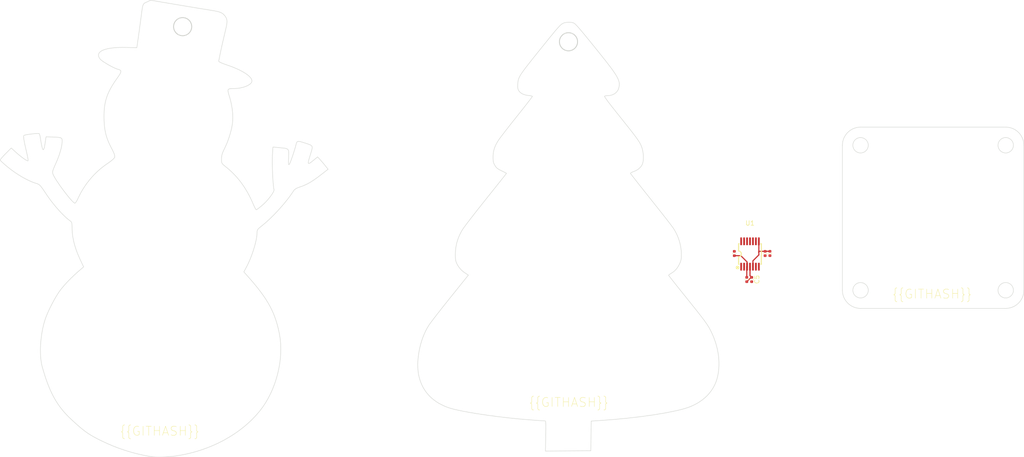
<source format=kicad_pcb>
(kicad_pcb (version 20221018) (generator pcbnew)
  (layers (0 "F.Cu" signal) (31 "B.Cu" signal) (34 "B.Paste" user) (35 "F.Paste" user) (36 "B.SilkS" user "B.Silkscreen") (37 "F.SilkS" user "F.Silkscreen") (38 "B.Mask" user) (39 "F.Mask" user) (44 "Edge.Cuts" user))
  (net 0 "")
  (net 1 "gnd")
  (net 2 "bias")
  (net 3 "vcc")
  (net 4 "vcc-1")
  (net 5 "dnc")
  (net 6 "drdy_")
  (net 7 "cs_")
  (net 8 "sck")
  (net 9 "sdo")
  (net 10 "sdi")
  (net 11 "fault_")
  (footprint "lib:C0402" (layer "F.Cu") (at 201.615447 111.416185 -90)
    (fp_text reference "C5" (at 0 -1.16 90) (layer "F.SilkS"))
    (fp_text value "Multilayer Ceramic Capacitors MLCC - SMD/SMT 22nF 25V 0402 RoHS")
    (fp_line (start -0.107836 -0.36) (end 0.107836 -0.36) (stroke (width 0.12)) (layer "F.SilkS"))
    (fp_line (start -0.107836 0.36) (end 0.107836 0.36) (stroke (width 0.12)) (layer "F.SilkS"))
    (pad "1" smd roundrect (at -0.48 0 270) (size 0.56 0.62) (layers "F.Cu" "F.Paste" "F.Mask") (net 2 "bias"))
    (pad "2" smd roundrect (at 0.48 0 270) (size 0.56 0.62) (layers "F.Cu" "F.Paste" "F.Mask") (net 1 "gnd"))
  )
  (footprint "lib:C0402" (layer "F.Cu") (at 205.638464 105.671781 -90)
    (fp_text reference "C2" hide)
    (fp_text value "Multilayer Ceramic Capacitors MLCC - SMD/SMT 100nF 10V 0402 RoHS")
    (fp_line (start -0.107836 -0.36) (end 0.107836 -0.36) (stroke (width 0.12)) (layer "F.SilkS"))
    (fp_line (start -0.107836 0.36) (end 0.107836 0.36) (stroke (width 0.12)) (layer "F.SilkS"))
    (pad "1" smd roundrect (at -0.48 0 270) (size 0.56 0.62) (layers "F.Cu" "F.Paste" "F.Mask") (net 4 "vcc-1"))
    (pad "2" smd roundrect (at 0.48 0 270) (size 0.56 0.62) (layers "F.Cu" "F.Paste" "F.Mask") (net 1 "gnd"))
  )
  (footprint "lib:C0402" (layer "F.Cu") (at 204.574685 105.678853 -90)
    (fp_text reference "C1" hide)
    (fp_text value "Multilayer Ceramic Capacitors MLCC - SMD/SMT 100nF 10V 0402 RoHS")
    (fp_line (start -0.107836 -0.36) (end 0.107836 -0.36) (stroke (width 0.12)) (layer "F.SilkS"))
    (fp_line (start -0.107836 0.36) (end 0.107836 0.36) (stroke (width 0.12)) (layer "F.SilkS"))
    (pad "1" smd roundrect (at -0.48 0 270) (size 0.56 0.62) (layers "F.Cu" "F.Paste" "F.Mask") (net 4 "vcc-1"))
    (pad "2" smd roundrect (at 0.48 0 270) (size 0.56 0.62) (layers "F.Cu" "F.Paste" "F.Mask") (net 1 "gnd"))
  )
  (footprint "lib:C0402" (layer "F.Cu") (at 200.532327 111.419721 -90)
    (fp_text reference "C3" hide)
    (fp_text value "Multilayer Ceramic Capacitors MLCC - SMD/SMT 100nF 10V 0402 RoHS")
    (fp_line (start -0.107836 -0.36) (end 0.107836 -0.36) (stroke (width 0.12)) (layer "F.SilkS"))
    (fp_line (start -0.107836 0.36) (end 0.107836 0.36) (stroke (width 0.12)) (layer "F.SilkS"))
    (pad "1" smd roundrect (at -0.48 0 270) (size 0.56 0.62) (layers "F.Cu" "F.Paste" "F.Mask") (net 3 "vcc"))
    (pad "2" smd roundrect (at 0.48 0 270) (size 0.56 0.62) (layers "F.Cu" "F.Paste" "F.Mask") (net 2 "bias"))
  )
  (footprint "lib:C0402" (layer "F.Cu") (at 197.785845 105.678853 90)
    (fp_text reference "C4" hide)
    (fp_text value "Multilayer Ceramic Capacitors MLCC - SMD/SMT 22nF 25V 0402 RoHS")
    (fp_line (start -0.107836 -0.36) (end 0.107836 -0.36) (stroke (width 0.12)) (layer "F.SilkS"))
    (fp_line (start -0.107836 0.36) (end 0.107836 0.36) (stroke (width 0.12)) (layer "F.SilkS"))
    (pad "1" smd roundrect (at -0.48 0 90) (size 0.56 0.62) (layers "F.Cu" "F.Paste" "F.Mask") (net 3 "vcc"))
    (pad "2" smd roundrect (at 0.48 0 90) (size 0.56 0.62) (layers "F.Cu" "F.Paste" "F.Mask") (net 1 "gnd"))
  )
  (footprint "lib:TSSOP-14_L5.0-W4.4-P0.65-LS6.4-BL" (layer "F.Cu") (at 201.245 105.785)
    (fp_text reference "U1" (at 0 -6.8) (layer "F.SilkS"))
    (fp_text value "")
    (fp_line (start -2.52 -1.6) (end -2.52 -2.25) (stroke (width 0.25)) (layer "F.SilkS"))
    (fp_line (start -2.52 -0.69) (end -2.52 -1.6) (stroke (width 0.25)) (layer "F.SilkS"))
    (fp_line (start -2.52 1.6) (end -2.52 0.68) (stroke (width 0.25)) (layer "F.SilkS"))
    (fp_line (start -2.52 1.6) (end -2.52 2.25) (stroke (width 0.25)) (layer "F.SilkS"))
    (fp_line (start -2.5 -2.25) (end -2.39 -2.25) (stroke (width 0.25)) (layer "F.SilkS"))
    (fp_line (start -2.39 2.25) (end -2.5 2.25) (stroke (width 0.25)) (layer "F.SilkS"))
    (fp_line (start 2.38 -2.25) (end 2.5 -2.25) (stroke (width 0.25)) (layer "F.SilkS"))
    (fp_line (start 2.5 -2.25) (end 2.5 2.25) (stroke (width 0.25)) (layer "F.SilkS"))
    (fp_line (start 2.5 2.25) (end 2.38 2.25) (stroke (width 0.25)) (layer "F.SilkS"))
    (fp_arc (start -2.515488 -0.679454) (mid -1.915314 0.002272) (end -2.52 0.68) (stroke (width 0.25)) (layer "F.SilkS"))
    (fp_circle (center -2.75 3) (end -2.55 3) (stroke (width 0.4)) (fill none) (layer "F.SilkS"))
    (pad "1" smd rect (at -1.95 2.8) (size 0.4 1.7) (layers "F.Cu" "F.Paste" "F.Mask") (net 1 "gnd"))
    (pad "2" smd rect (at -1.3 2.8) (size 0.4 1.7) (layers "F.Cu" "F.Paste" "F.Mask") (net 2 "bias"))
    (pad "3" smd rect (at -0.65 2.8) (size 0.4 1.7) (layers "F.Cu" "F.Paste" "F.Mask") (net 3 "vcc"))
    (pad "4" smd rect (at 0 2.8) (size 0.4 1.7) (layers "F.Cu" "F.Paste" "F.Mask") (net 2 "bias"))
    (pad "5" smd rect (at 0.65 2.8) (size 0.4 1.7) (layers "F.Cu" "F.Paste" "F.Mask") (net 4 "vcc-1"))
    (pad "6" smd rect (at 1.3 2.8) (size 0.4 1.7) (layers "F.Cu" "F.Paste" "F.Mask") (net 5 "dnc"))
    (pad "7" smd rect (at 1.95 2.8) (size 0.4 1.7) (layers "F.Cu" "F.Paste" "F.Mask") (net 6 "drdy_"))
    (pad "8" smd rect (at 1.95 -2.8) (size 0.4 1.7) (layers "F.Cu" "F.Paste" "F.Mask") (net 4 "vcc-1"))
    (pad "9" smd rect (at 1.3 -2.8) (size 0.4 1.7) (layers "F.Cu" "F.Paste" "F.Mask") (net 7 "cs_"))
    (pad "10" smd rect (at 0.65 -2.8) (size 0.4 1.7) (layers "F.Cu" "F.Paste" "F.Mask") (net 8 "sck"))
    (pad "11" smd rect (at 0 -2.8) (size 0.4 1.7) (layers "F.Cu" "F.Paste" "F.Mask") (net 9 "sdo"))
    (pad "12" smd rect (at -0.65 -2.8) (size 0.4 1.7) (layers "F.Cu" "F.Paste" "F.Mask") (net 10 "sdi"))
    (pad "13" smd rect (at -1.3 -2.8) (size 0.4 1.7) (layers "F.Cu" "F.Paste" "F.Mask") (net 11 "fault_"))
    (pad "14" smd rect (at -1.95 -2.8) (size 0.4 1.7) (layers "F.Cu" "F.Paste" "F.Mask") (net 1 "gnd"))
  )
  (gr_circle (center 225.62 81.79) (end 227.32 81.79) (stroke (width 0.1)) (fill none) (layer "Edge.Cuts"))
  (gr_circle (center 257.62 113.79) (end 259.32 113.79) (stroke (width 0.1)) (fill none) (layer "Edge.Cuts"))
  (gr_circle (center 257.62 81.79) (end 259.32 81.79) (stroke (width 0.1)) (fill none) (layer "Edge.Cuts"))
  (gr_poly (pts (xy 75.142222 50.797022) (xy 79.756606 51.568267) (xy 82.366969 51.99203) (xy 83.019066 52.095762) (xy 83.303876 52.146979) (xy 83.563537 52.198618) (xy 83.799806 52.251323) (xy 84.01444 52.305736) (xy 84.209196 52.362498) (xy 84.385831 52.422252) (xy 84.546102 52.485641) (xy 84.691766 52.553306) (xy 84.824581 52.62589) (xy 84.946303 52.704035) (xy 85.05869 52.788383) (xy 85.163499 52.879577) (xy 85.262486 52.978258) (xy 85.357409 53.08507) (xy 85.479286 53.234958) (xy 85.586233 53.378736) (xy 85.634185 53.44915) (xy 85.678498 53.519015) (xy 85.719202 53.588656) (xy 85.75633 53.658402) (xy 85.789911 53.728576) (xy 85.819976 53.799506) (xy 85.846558 53.871517) (xy 85.869686 53.944936) (xy 85.889392 54.020089) (xy 85.905707 54.097301) (xy 85.918662 54.176899) (xy 85.928287 54.259209) (xy 85.934615 54.344557) (xy 85.937675 54.433269) (xy 85.937499 54.525672) (xy 85.934119 54.62209) (xy 85.927564 54.722851) (xy 85.917866 54.82828) (xy 85.889166 55.054449) (xy 85.848266 55.303204) (xy 85.795414 55.577155) (xy 85.730859 55.878909) (xy 85.654849 56.211077) (xy 84.878546 59.55341) (xy 84.657875 60.550977) (xy 84.450892 61.532488) (xy 84.331406 62.116419) (xy 84.229648 62.629765) (xy 84.15639 63.017063) (xy 84.122409 63.222849) (xy 84.123062 63.236814) (xy 84.127967 63.251873) (xy 84.137065 63.268001) (xy 84.150302 63.285171) (xy 84.167619 63.303357) (xy 84.188962 63.322534) (xy 84.214273 63.342674) (xy 84.243497 63.363751) (xy 84.313454 63.408613) (xy 84.398381 63.456909) (xy 84.497828 63.50843) (xy 84.611342 63.562966) (xy 84.738473 63.620306) (xy 84.878767 63.680241) (xy 85.031775 63.742561) (xy 85.197043 63.807056) (xy 85.374121 63.873515) (xy 85.562558 63.94173) (xy 85.7619 64.011489) (xy 85.971698 64.082583) (xy 86.585981 64.296029) (xy 87.172975 64.516947) (xy 87.730729 64.744054) (xy 88.257293 64.976069) (xy 88.75072 65.211708) (xy 89.209058 65.449689) (xy 89.63036 65.68873) (xy 90.012676 65.927548) (xy 90.354056 66.16486) (xy 90.652552 66.399385) (xy 90.906214 66.629839) (xy 91.113092 66.85494) (xy 91.271238 67.073405) (xy 91.378702 67.283953) (xy 91.412819 67.385857) (xy 91.433535 67.485301) (xy 91.440605 67.582123) (xy 91.433787 67.676165) (xy 91.41712 67.753004) (xy 91.390362 67.829368) (xy 91.35383 67.905131) (xy 91.307839 67.980165) (xy 91.252707 68.054343) (xy 91.188749 68.12754) (xy 91.116281 68.199626) (xy 91.03562 68.270477) (xy 90.947082 68.339964) (xy 90.850984 68.407961) (xy 90.747641 68.47434) (xy 90.637371 68.538975) (xy 90.520488 68.601739) (xy 90.39731 68.662505) (xy 90.268153 68.721145) (xy 90.133332 68.777534) (xy 89.993165 68.831543) (xy 89.847967 68.883047) (xy 89.543745 68.978027) (xy 89.223197 69.06146) (xy 88.888852 69.132329) (xy 88.54324 69.189618) (xy 88.188892 69.232313) (xy 88.009232 69.24787) (xy 87.828337 69.259397) (xy 87.646523 69.266767) (xy 87.464106 69.269854) (xy 87.202959 69.272042) (xy 86.97453 69.277492) (xy 86.777472 69.288473) (xy 86.690288 69.296746) (xy 86.610443 69.307253) (xy 86.537768 69.320276) (xy 86.472096 69.3361) (xy 86.413258 69.355009) (xy 86.361087 69.377285) (xy 86.315414 69.403211) (xy 86.276071 69.433073) (xy 86.24289 69.467154) (xy 86.215703 69.505736) (xy 86.194342 69.549103) (xy 86.178638 69.59754) (xy 86.168424 69.65133) (xy 86.163532 69.710755) (xy 86.163793 69.776101) (xy 86.169039 69.847649) (xy 86.179102 69.925685) (xy 86.193814 70.010491) (xy 86.236514 70.20155) (xy 86.295792 70.423093) (xy 86.370304 70.677389) (xy 86.458705 70.966708) (xy 86.582128 71.384478) (xy 86.694998 71.803093) (xy 86.797211 72.221567) (xy 86.888665 72.638919) (xy 86.969257 73.054166) (xy 87.038885 73.466323) (xy 87.097447 73.874409) (xy 87.144838 74.277439) (xy 87.180958 74.674432) (xy 87.205702 75.064404) (xy 87.21897 75.446371) (xy 87.220657 75.819352) (xy 87.210662 76.182361) (xy 87.188881 76.534418) (xy 87.155212 76.874538) (xy 87.109553 77.201739) (xy 86.986123 77.871628) (xy 86.830027 78.558912) (xy 86.643845 79.255662) (xy 86.430157 79.953949) (xy 86.19154 80.645848) (xy 85.930575 81.323429) (xy 85.649841 81.978766) (xy 85.351916 82.60393) (xy 85.189192 82.938586) (xy 85.118752 83.093315) (xy 85.055229 83.240939) (xy 84.998352 83.382431) (xy 84.947849 83.518761) (xy 84.903447 83.650903) (xy 84.864875 83.779828) (xy 84.831859 83.906506) (xy 84.804129 84.031911) (xy 84.781412 84.157013) (xy 84.763435 84.282785) (xy 84.749927 84.410197) (xy 84.740615 84.540223) (xy 84.735228 84.673833) (xy 84.733493 84.811999) (xy 84.736223 85.129082) (xy 84.741369 85.261496) (xy 84.750575 85.379459) (xy 84.764997 85.485194) (xy 84.774524 85.534172) (xy 84.785789 85.580928) (xy 84.798934 85.625739) (xy 84.814106 85.668884) (xy 84.831447 85.710641) (xy 84.851104 85.751288) (xy 84.873219 85.791103) (xy 84.897937 85.830364) (xy 84.925403 85.869349) (xy 84.955761 85.908337) (xy 84.989155 85.947605) (xy 85.02573 85.987432) (xy 85.109 86.069873) (xy 85.206725 86.157886) (xy 85.320061 86.253696) (xy 85.598185 86.477602) (xy 86.096863 86.886277) (xy 86.577755 87.306529) (xy 87.04138 87.739064) (xy 87.488258 88.184586) (xy 87.918909 88.6438) (xy 88.333852 89.117412) (xy 88.733607 89.606125) (xy 89.118694 90.110646) (xy 89.489632 90.631678) (xy 89.846941 91.169927) (xy 90.19114 91.726098) (xy 90.52275 92.300895) (xy 90.84229 92.895024) (xy 91.150279 93.509189) (xy 91.447237 94.144095) (xy 91.733683 94.800448) (xy 91.84059 95.047283) (xy 91.945802 95.277558) (xy 92.046625 95.486234) (xy 92.140364 95.668271) (xy 92.224324 95.818627) (xy 92.295813 95.932265) (xy 92.326039 95.973739) (xy 92.352136 96.004143) (xy 92.373767 96.022848) (xy 92.382804 96.027616) (xy 92.390597 96.029223) (xy 92.399173 96.028006) (xy 92.410522 96.024397) (xy 92.441219 96.010237) (xy 92.482045 95.987221) (xy 92.53236 95.955824) (xy 92.591521 95.916524) (xy 92.658887 95.869798) (xy 92.815666 95.755976) (xy 92.997564 95.618173) (xy 93.199447 95.460204) (xy 93.416182 95.285885) (xy 93.642634 95.099032) (xy 93.891007 94.882848) (xy 94.141366 94.648628) (xy 94.390948 94.400061) (xy 94.636991 94.140836) (xy 94.87673 93.874641) (xy 95.107403 93.605164) (xy 95.326247 93.336095) (xy 95.530498 93.071122) (xy 95.717394 92.813933) (xy 95.884171 92.568218) (xy 96.028066 92.337665) (xy 96.146316 92.125962) (xy 96.236159 91.936798) (xy 96.294829 91.773863) (xy 96.311612 91.703383) (xy 96.319566 91.640844) (xy 96.318345 91.586706) (xy 96.307605 91.54143) (xy 96.264441 91.378418) (xy 96.221593 91.121805) (xy 96.138989 90.373142) (xy 96.064068 89.386161) (xy 96.001109 88.251583) (xy 95.954389 87.060129) (xy 95.928186 85.902519) (xy 95.926777 84.869474) (xy 95.95444 84.051714) (xy 96.07471 82.177477) (xy 97.36716 82.304781) (xy 98.13507 82.379263) (xy 98.441266 82.413109) (xy 98.700599 82.449744) (xy 98.916803 82.492956) (xy 99.009898 82.518212) (xy 99.09361 82.546534) (xy 99.168406 82.578395) (xy 99.234753 82.614268) (xy 99.293117 82.654627) (xy 99.343964 82.699946) (xy 99.387763 82.750698) (xy 99.424978 82.807357) (xy 99.456076 82.870396) (xy 99.481525 82.94029) (xy 99.501791 83.017511) (xy 99.51734 83.102533) (xy 99.536155 83.297877) (xy 99.541702 83.530109) (xy 99.537716 83.803018) (xy 99.51607 84.486025) (xy 99.501811 85.019341) (xy 99.495778 85.429631) (xy 99.49953 85.727933) (xy 99.505563 85.838537) (xy 99.514626 85.925284) (xy 99.526915 85.989553) (xy 99.542625 86.032723) (xy 99.551823 86.046828) (xy 99.56195 86.056175) (xy 99.573029 86.060938) (xy 99.585085 86.061289) (xy 99.612224 86.049443) (xy 99.643564 86.022019) (xy 99.679299 85.980395) (xy 99.719623 85.925951) (xy 99.770963 85.835961) (xy 99.83738 85.6921) (xy 100.00736 85.267042) (xy 100.213404 84.699332) (xy 100.439353 84.037526) (xy 100.669049 83.330178) (xy 100.886332 82.625845) (xy 101.075044 81.973082) (xy 101.219027 81.420443) (xy 101.232451 81.367288) (xy 101.246658 81.317349) (xy 101.261814 81.270604) (xy 101.278084 81.227032) (xy 101.295634 81.186611) (xy 101.314631 81.149321) (xy 101.33524 81.115138) (xy 101.357628 81.084043) (xy 101.381959 81.056013) (xy 101.4084 81.031027) (xy 101.437117 81.009064) (xy 101.468275 80.990102) (xy 101.502041 80.974119) (xy 101.538581 80.961095) (xy 101.578059 80.951007) (xy 101.620643 80.943835) (xy 101.666497 80.939556) (xy 101.715788 80.938149) (xy 101.768682 80.939594) (xy 101.825345 80.943867) (xy 101.885942 80.950949) (xy 101.950639 80.960817) (xy 102.019603 80.97345) (xy 102.092998 80.988826) (xy 102.170992 81.006924) (xy 102.253749 81.027723) (xy 102.434219 81.077337) (xy 102.635734 81.137495) (xy 102.859622 81.208025) (xy 103.581471 81.438726) (xy 103.868146 81.535185) (xy 104.108644 81.625316) (xy 104.212356 81.669476) (xy 104.305459 81.713816) (xy 104.388264 81.758923) (xy 104.461082 81.805384) (xy 104.524226 81.853787) (xy 104.578006 81.904719) (xy 104.622735 81.958768) (xy 104.658725 82.01652) (xy 104.686285 82.078563) (xy 104.705729 82.145484) (xy 104.717368 82.217871) (xy 104.721513 82.296311) (xy 104.718476 82.381392) (xy 104.708568 82.4737) (xy 104.692102 82.573823) (xy 104.669388 82.682348) (xy 104.606464 82.926954) (xy 104.522289 83.212218) (xy 104.300158 83.92351) (xy 104.076968 84.658354) (xy 103.993442 84.95378) (xy 103.929762 85.203046) (xy 103.886777 85.407528) (xy 103.865337 85.568604) (xy 103.862962 85.633296) (xy 103.866292 85.687652) (xy 103.875434 85.731846) (xy 103.890492 85.766049) (xy 103.911574 85.790433) (xy 103.938786 85.805172) (xy 103.972234 85.810436) (xy 104.012025 85.806398) (xy 104.058263 85.79323) (xy 104.111056 85.771105) (xy 104.236732 85.700671) (xy 104.3899 85.596472) (xy 104.571411 85.459887) (xy 105.02286 85.095065) (xy 105.918216 84.355181) (xy 106.388476 84.86751) (xy 106.496975 84.987739) (xy 106.625318 85.133369) (xy 106.92254 85.478508) (xy 107.242155 85.858286) (xy 107.546176 86.22806) (xy 108.2336 87.076296) (xy 106.72333 88.254687) (xy 106.031007 88.783192) (xy 105.392025 89.245391) (xy 105.089314 89.453516) (xy 104.796071 89.647331) (xy 104.511007 89.827593) (xy 104.232833 89.995056) (xy 103.960259 90.150478) (xy 103.691998 90.294613) (xy 103.426759 90.428217) (xy 103.163254 90.552046) (xy 102.900193 90.666855) (xy 102.636288 90.773401) (xy 102.370249 90.872439) (xy 102.100787 90.964724) (xy 101.955978 91.013649) (xy 101.818902 91.062832) (xy 101.689432 91.112348) (xy 101.567439 91.162273) (xy 101.452795 91.212683) (xy 101.345371 91.263651) (xy 101.245039 91.315254) (xy 101.151671 91.367567) (xy 101.065138 91.420665) (xy 100.985313 91.474624) (xy 100.912065 91.529517) (xy 100.845269 91.585421) (xy 100.784794 91.642412) (xy 100.730512 91.700563) (xy 100.682296 91.759951) (xy 100.640017 91.82065) (xy 100.313962 92.312951) (xy 99.958065 92.82026) (xy 99.575318 93.339289) (xy 99.168711 93.866747) (xy 98.741234 94.399346) (xy 98.295878 94.933795) (xy 97.835635 95.466804) (xy 97.363494 95.995083) (xy 96.882446 96.515343) (xy 96.395482 97.024295) (xy 95.905593 97.518647) (xy 95.415769 97.995111) (xy 94.929002 98.450396) (xy 94.44828 98.881213) (xy 93.976596 99.284272) (xy 93.51694 99.656283) (xy 93.364132 99.777198) (xy 93.228349 99.887118) (xy 93.108601 99.987555) (xy 93.003899 100.080022) (xy 92.913256 100.166032) (xy 92.835682 100.247098) (xy 92.770188 100.324733) (xy 92.741662 100.362737) (xy 92.715786 100.40045) (xy 92.692435 100.438062) (xy 92.671487 100.475762) (xy 92.652817 100.513738) (xy 92.636302 100.552181) (xy 92.621819 100.591279) (xy 92.609244 100.631221) (xy 92.589322 100.714395) (xy 92.575548 100.803215) (xy 92.566934 100.899195) (xy 92.56249 101.003847) (xy 92.561229 101.118685) (xy 92.548214 101.459191) (xy 92.510172 101.840399) (xy 92.448603 102.257479) (xy 92.365007 102.705605) (xy 92.260885 103.179948) (xy 92.137739 103.675679) (xy 91.997068 104.187971) (xy 91.840373 104.711996) (xy 91.669155 105.242926) (xy 91.484915 105.775933) (xy 91.289154 106.306188) (xy 91.083372 106.828864) (xy 90.86907 107.339132) (xy 90.647749 107.832164) (xy 90.420909 108.303133) (xy 90.190051 108.74721) (xy 89.658061 109.729433) (xy 90.799319 111.025652) (xy 91.552256 111.894452) (xy 92.247519 112.726345) (xy 92.887901 113.52649) (xy 93.476195 114.300047) (xy 94.015193 115.052178) (xy 94.507688 115.788042) (xy 94.956473 116.5128) (xy 95.364341 117.231612) (xy 95.734083 117.949638) (xy 96.068493 118.672038) (xy 96.370364 119.403974) (xy 96.642488 120.150605) (xy 96.887657 120.917091) (xy 97.108665 121.708593) (xy 97.308304 122.530271) (xy 97.489367 123.387286) (xy 97.659586 124.435519) (xy 97.764545 125.512723) (xy 97.805707 126.613102) (xy 97.784533 127.73086) (xy 97.702485 128.860202) (xy 97.561026 129.995332) (xy 97.361618 131.130454) (xy 97.105722 132.259774) (xy 96.794801 133.377494) (xy 96.430316 134.47782) (xy 96.01373 135.554956) (xy 95.546505 136.603107) (xy 95.030102 137.616476) (xy 94.465984 138.589268) (xy 93.855613 139.515689) (xy 93.20045 140.389941) (xy 92.386005 141.350273) (xy 91.510226 142.273552) (xy 90.576227 143.158109) (xy 89.587122 144.002278) (xy 88.546024 144.80439) (xy 87.456048 145.562779) (xy 86.320308 146.275777) (xy 85.141916 146.941716) (xy 83.923988 147.558929) (xy 82.669636 148.125749) (xy 81.381976 148.640508) (xy 80.06412 149.101539) (xy 78.719182 149.507174) (xy 77.350277 149.855747) (xy 75.960518 150.145589) (xy 74.553019 150.375033) (xy 73.862872 150.459306) (xy 73.131633 150.525975) (xy 72.383923 150.574372) (xy 71.644361 150.603827) (xy 70.93757 150.613671) (xy 70.288169 150.603235) (xy 69.720779 150.57185) (xy 69.475532 150.548093) (xy 69.26002 150.518847) (xy 69.260051 150.518832) (xy 67.831835 150.262486) (xy 66.416949 149.953785) (xy 65.016193 149.592984) (xy 63.630368 149.180338) (xy 62.260274 148.716103) (xy 60.90671 148.200532) (xy 59.570477 147.633881) (xy 58.252375 147.016405) (xy 57.283074 146.528505) (xy 56.847829 146.298277) (xy 56.438641 146.072324) (xy 56.050351 145.846994) (xy 55.6778 145.618633) (xy 55.315827 145.383588) (xy 54.959273 145.138205) (xy 54.602979 144.87883) (xy 54.241783 144.601811) (xy 53.870528 144.303492) (xy 53.484054 143.980222) (xy 52.644807 143.244211) (xy 51.682765 142.36455) (xy 51.097036 141.804159) (xy 50.54538 141.238954) (xy 50.025658 140.665073) (xy 49.535731 140.078649) (xy 49.07346 139.475819) (xy 48.636705 138.852719) (xy 48.223328 138.205483) (xy 47.831189 137.530249) (xy 47.458149 136.823151) (xy 47.10207 136.080325) (xy 46.760812 135.297907) (xy 46.432236 134.472032) (xy 46.114202 133.598836) (xy 45.804573 132.674455) (xy 45.501208 131.695024) (xy 45.201968 130.656679) (xy 45.078569 130.147371) (xy 44.978794 129.594224) (xy 44.90231 129.00242) (xy 44.848785 128.377144) (xy 44.817886 127.723579) (xy 44.809281 127.046907) (xy 44.822637 126.352311) (xy 44.857621 125.644974) (xy 44.913901 124.93008) (xy 44.991145 124.212811) (xy 45.089019 123.498351) (xy 45.207191 122.791883) (xy 45.345328 122.098589) (xy 45.503099 121.423652) (xy 45.68017 120.772256) (xy 45.876208 120.149584) (xy 46.005143 119.787909) (xy 46.154924 119.401263) (xy 46.508073 118.570286) (xy 46.917749 117.69111) (xy 47.366047 116.79819) (xy 47.83506 115.92598) (xy 48.306883 115.108937) (xy 48.76361 114.381515) (xy 48.980717 114.062179) (xy 49.187335 113.77817) (xy 49.387433 113.519297) (xy 49.599256 113.255538) (xy 50.056372 112.715109) (xy 50.555279 112.160374) (xy 51.092575 111.594824) (xy 51.664855 111.021952) (xy 52.268718 110.445248) (xy 52.900758 109.868205) (xy 53.557574 109.294314) (xy 54.329783 108.634142) (xy 53.616031 107.110232) (xy 53.390001 106.6154) (xy 53.179365 106.128819) (xy 52.984012 105.650049) (xy 52.803829 105.178652) (xy 52.638704 104.71419) (xy 52.488525 104.256224) (xy 52.353181 103.804315) (xy 52.232559 103.358025) (xy 52.126547 102.916915) (xy 52.035034 102.480548) (xy 51.957906 102.048484) (xy 51.895053 101.620284) (xy 51.846363 101.195511) (xy 51.811722 100.773726) (xy 51.79102 100.35449) (xy 51.784144 99.937365) (xy 51.780657 99.620612) (xy 51.776007 99.482669) (xy 51.769161 99.357285) (xy 51.759927 99.243666) (xy 51.748111 99.141014) (xy 51.733519 99.048534) (xy 51.715958 98.96543) (xy 51.695233 98.890904) (xy 51.671153 98.824161) (xy 51.643523 98.764406) (xy 51.612149 98.71084) (xy 51.576839 98.662669) (xy 51.537399 98.619096) (xy 51.493635 98.579325) (xy 51.445353 98.542559) (xy 51.149902 98.324092) (xy 50.839064 98.073347) (xy 50.514896 97.792628) (xy 50.179453 97.484238) (xy 49.834791 97.150482) (xy 49.482966 96.793665) (xy 49.126033 96.41609) (xy 48.766047 96.020062) (xy 48.405065 95.607885) (xy 48.045142 95.181864) (xy 47.688333 94.744302) (xy 47.336694 94.297504) (xy 46.992281 93.843774) (xy 46.657149 93.385417) (xy 46.333354 92.924737) (xy 46.022952 92.464037) (xy 45.611719 91.844971) (xy 45.279782 91.362091) (xy 45.137757 91.165551) (xy 45.008606 90.995655) (xy 44.89001 90.849933) (xy 44.779654 90.725918) (xy 44.675221 90.621143) (xy 44.574392 90.533138) (xy 44.474852 90.459437) (xy 44.374284 90.397571) (xy 44.27037 90.345073) (xy 44.160793 90.299474) (xy 44.043237 90.258307) (xy 43.915385 90.219103) (xy 43.593888 90.117525) (xy 43.255864 89.996009) (xy 42.903268 89.855657) (xy 42.538058 89.697573) (xy 42.162189 89.522858) (xy 41.777618 89.332616) (xy 41.386301 89.127951) (xy 40.990194 88.909964) (xy 40.591254 88.679759) (xy 40.191438 88.438438) (xy 39.792701 88.187105) (xy 39.396999 87.926862) (xy 39.00629 87.658812) (xy 38.622529 87.384058) (xy 38.247673 87.103703) (xy 37.883677 86.81885) (xy 37.49456 86.502783) (xy 37.131548 86.199554) (xy 36.802586 85.916398) (xy 36.515619 85.660548) (xy 36.278593 85.439239) (xy 36.099452 85.259705) (xy 36.034071 85.187865) (xy 35.986141 85.129182) (xy 35.956654 85.08456) (xy 35.946605 85.054903) (xy 35.948192 85.042433) (xy 35.952903 85.026953) (xy 35.971384 84.987332) (xy 36.001425 84.936776) (xy 36.042403 84.876021) (xy 36.093695 84.805804) (xy 36.154681 84.726859) (xy 36.224736 84.639924) (xy 36.303239 84.545735) (xy 36.389567 84.445026) (xy 36.483097 84.338536) (xy 36.689276 84.11115) (xy 36.916796 83.869466) (xy 37.037003 83.745102) (xy 37.160678 83.619372) (xy 38.374759 82.395922) (xy 39.365809 83.301684) (xy 39.814301 83.698656) (xy 40.266196 84.075272) (xy 40.704205 84.419302) (xy 41.111041 84.718514) (xy 41.469414 84.960676) (xy 41.625024 85.056541) (xy 41.762035 85.133557) (xy 41.878286 85.190195) (xy 41.971615 85.224926) (xy 42.039863 85.236222) (xy 42.063905 85.232603) (xy 42.080867 85.222552) (xy 42.085566 85.215268) (xy 42.089233 85.203934) (xy 42.093537 85.169549) (xy 42.093921 85.120268) (xy 42.090523 85.056964) (xy 42.083485 84.98051) (xy 42.072948 84.891778) (xy 42.059051 84.79164) (xy 42.041937 84.68097) (xy 41.998614 84.43152) (xy 41.944105 84.150408) (xy 41.879534 83.844615) (xy 41.806025 83.52112) (xy 41.578977 82.541169) (xy 41.399614 81.732306) (xy 41.265507 81.079136) (xy 41.174225 80.56626) (xy 41.123338 80.17828) (xy 41.112283 80.026315) (xy 41.110416 79.899799) (xy 41.117432 79.796809) (xy 41.133029 79.71542) (xy 41.156901 79.653706) (xy 41.188746 79.609743) (xy 41.213078 79.592846) (xy 41.252556 79.575085) (xy 41.372962 79.537437) (xy 41.541984 79.497733) (xy 41.751641 79.456905) (xy 42.26094 79.37561) (xy 42.837013 79.301016) (xy 43.416018 79.240586) (xy 43.934111 79.201782) (xy 44.150364 79.192822) (xy 44.327447 79.192067) (xy 44.45738 79.20045) (xy 44.532183 79.218905) (xy 44.538527 79.223215) (xy 44.545097 79.229471) (xy 44.551878 79.23762) (xy 44.558855 79.247608) (xy 44.573336 79.272888) (xy 44.588416 79.304879) (xy 44.603974 79.343154) (xy 44.619887 79.387282) (xy 44.636031 79.436835) (xy 44.652284 79.491383) (xy 44.668525 79.550496) (xy 44.684629 79.613746) (xy 44.700475 79.680703) (xy 44.715939 79.750937) (xy 44.7309 79.82402) (xy 44.745234 79.899521) (xy 44.75882 79.977012) (xy 44.771533 80.056063) (xy 44.946351 81.130774) (xy 45.025944 81.564983) (xy 45.101061 81.931234) (xy 45.172253 82.230134) (xy 45.24007 82.462288) (xy 45.305063 82.628302) (xy 45.336673 82.686696) (xy 45.367783 82.728781) (xy 45.398463 82.754634) (xy 45.428781 82.764331) (xy 45.458807 82.757947) (xy 45.488608 82.735557) (xy 45.518254 82.697238) (xy 45.547814 82.643066) (xy 45.606951 82.487462) (xy 45.666568 82.269351) (xy 45.727218 81.98934) (xy 45.78945 81.648032) (xy 45.853816 81.246035) (xy 46.055377 79.918581) (xy 47.417926 79.96628) (xy 48.109143 79.993687) (xy 48.392021 80.009194) (xy 48.636741 80.027435) (xy 48.846051 80.049559) (xy 49.022696 80.076715) (xy 49.169424 80.110051) (xy 49.288982 80.150717) (xy 49.339431 80.174158) (xy 49.384117 80.199861) (xy 49.423385 80.227972) (xy 49.457577 80.258632) (xy 49.487036 80.291987) (xy 49.512107 80.32818) (xy 49.533132 80.367353) (xy 49.550455 80.409652) (xy 49.575367 80.504197) (xy 49.589592 80.612965) (xy 49.595876 80.737105) (xy 49.596965 80.877764) (xy 49.590289 81.099803) (xy 49.571905 81.336737) (xy 49.542029 81.587807) (xy 49.500879 81.852253) (xy 49.448672 82.129318) (xy 49.385623 82.418243) (xy 49.311951 82.718269) (xy 49.227873 83.028637) (xy 49.133604 83.34859) (xy 49.029362 83.677367) (xy 48.915364 84.014212) (xy 48.791827 84.358364) (xy 48.658967 84.709065) (xy 48.517002 85.065558) (xy 48.366148 85.427082) (xy 48.206622 85.792879) (xy 47.949769 86.374791) (xy 47.755997 86.832451) (xy 47.68104 87.021721) (xy 47.619784 87.188367) (xy 47.571537 87.335205) (xy 47.535609 87.465048) (xy 47.511311 87.580709) (xy 47.497952 87.685002) (xy 47.494842 87.78074) (xy 47.501291 87.870737) (xy 47.516609 87.957807) (xy 47.540106 88.044763) (xy 47.571091 88.134418) (xy 47.608874 88.229586) (xy 47.761079 88.551834) (xy 47.975096 88.939463) (xy 48.241913 89.380584) (xy 48.55252 89.863307) (xy 49.269066 90.905997) (xy 50.052651 91.972411) (xy 50.831193 92.967426) (xy 51.196047 93.408433) (xy 51.532609 93.795921) (xy 51.831869 94.117998) (xy 52.084818 94.362774) (xy 52.282443 94.518359) (xy 52.357694 94.558989) (xy 52.415736 94.572863) (xy 52.426811 94.571375) (xy 52.439084 94.56696) (xy 52.452509 94.559691) (xy 52.467041 94.549641) (xy 52.482633 94.536883) (xy 52.499239 94.521489) (xy 52.516813 94.503532) (xy 52.535309 94.483086) (xy 52.574881 94.435018) (xy 52.617586 94.377866) (xy 52.663055 94.312214) (xy 52.710918 94.238646) (xy 52.760808 94.157745) (xy 52.812354 94.070093) (xy 52.865187 93.976276) (xy 52.918939 93.876875) (xy 52.97324 93.772474) (xy 53.02772 93.663657) (xy 53.082012 93.551007) (xy 53.135745 93.435107) (xy 53.405424 92.869327) (xy 53.69623 92.311615) (xy 54.007442 91.76282) (xy 54.338342 91.223792) (xy 54.688208 90.695381) (xy 55.05632 90.178436) (xy 55.441958 89.673808) (xy 55.844402 89.182347) (xy 56.262932 88.704901) (xy 56.696828 88.242322) (xy 57.145369 87.795459) (xy 57.607836 87.365163) (xy 58.083508 86.952281) (xy 58.571665 86.557666) (xy 59.071586 86.182166) (xy 59.582553 85.826632) (xy 59.914962 85.598282) (xy 60.214172 85.3804) (xy 60.477869 85.17504) (xy 60.595674 85.077698) (xy 60.703732 84.984257) (xy 60.801753 84.894974) (xy 60.889447 84.810106) (xy 60.966524 84.72991) (xy 61.032694 84.654642) (xy 61.087669 84.584559) (xy 61.131158 84.519919) (xy 61.162872 84.460977) (xy 61.182521 84.407992) (xy 61.189444 84.378526) (xy 61.194656 84.347449) (xy 61.198136 84.314702) (xy 61.199864 84.280227) (xy 61.197977 84.205863) (xy 61.188829 84.123892) (xy 61.172254 84.033852) (xy 61.148084 83.935279) (xy 61.116154 83.82771) (xy 61.076297 83.71068) (xy 61.028345 83.583727) (xy 60.972134 83.446388) (xy 60.907495 83.298197) (xy 60.834263 83.138693) (xy 60.75227 82.967412) (xy 60.661351 82.783889) (xy 60.561339 82.587662) (xy 60.452067 82.378268) (xy 60.237971 81.961359) (xy 60.041673 81.555601) (xy 59.862568 81.158484) (xy 59.700049 80.767498) (xy 59.553508 80.380135) (xy 59.422339 79.993885) (xy 59.305935 79.60624) (xy 59.203689 79.21469) (xy 59.114995 78.816725) (xy 59.039245 78.409838) (xy 58.975833 77.991518) (xy 58.924151 77.559256) (xy 58.883594 77.110544) (xy 58.853553 76.642872) (xy 58.833423 76.153731) (xy 58.822596 75.640612) (xy 58.82378 75.019765) (xy 58.843433 74.425285) (xy 58.882591 73.854032) (xy 58.942291 73.302869) (xy 59.023569 72.768658) (xy 59.127459 72.248262) (xy 59.255 71.738542) (xy 59.407225 71.236361) (xy 59.585172 70.73858) (xy 59.789877 70.242062) (xy 60.022374 69.743669) (xy 60.283701 69.240263) (xy 60.574893 68.728705) (xy 60.896986 68.205859) (xy 61.251015 67.668586) (xy 61.638018 67.113749) (xy 61.84244 66.825076) (xy 62.020375 66.566593) (xy 62.17201 66.336298) (xy 62.29753 66.132187) (xy 62.397121 65.95226) (xy 62.470968 65.794512) (xy 62.498296 65.72333) (xy 62.519258 65.656942) (xy 62.533877 65.595098) (xy 62.542176 65.537547) (xy 62.544179 65.484039) (xy 62.539908 65.434323) (xy 62.529387 65.388151) (xy 62.512639 65.34527) (xy 62.489688 65.305431) (xy 62.460556 65.268384) (xy 62.425267 65.233878) (xy 62.383844 65.201662) (xy 62.33631 65.171487) (xy 62.282689 65.143103) (xy 62.157276 65.090703) (xy 62.007792 65.042459) (xy 61.834422 64.996371) (xy 61.657986 64.943069) (xy 61.445562 64.862593) (xy 61.203024 64.758325) (xy 60.93625 64.633653) (xy 60.353499 64.336631) (xy 59.744319 63.998608) (xy 59.155721 63.646664) (xy 58.634716 63.307879) (xy 58.414252 63.151884) (xy 58.228316 63.009334) (xy 58.082783 62.883614) (xy 57.983531 62.778109) (xy 57.869943 62.622242) (xy 57.777351 62.470362) (xy 57.705558 62.322559) (xy 57.654369 62.178917) (xy 57.623588 62.039526) (xy 57.613018 61.904471) (xy 57.622463 61.773839) (xy 57.651728 61.647718) (xy 57.700616 61.526195) (xy 57.768931 61.409356) (xy 57.856477 61.297289) (xy 57.963058 61.190081) (xy 58.088479 61.087819) (xy 58.232542 60.99059) (xy 58.395052 60.89848) (xy 58.575812 60.811578) (xy 58.774627 60.72997) (xy 58.991301 60.653743) (xy 59.225638 60.582984) (xy 59.477441 60.51778) (xy 59.746514 60.458218) (xy 60.032661 60.404385) (xy 60.335687 60.356369) (xy 60.655395 60.314256) (xy 60.991589 60.278134) (xy 61.344073 60.248089) (xy 61.712651 60.224208) (xy 62.097127 60.20658) (xy 62.497305 60.195289) (xy 62.912988 60.190424) (xy 63.343981 60.192072) (xy 63.790088 60.20032) (xy 66.056857 60.258219) (xy 66.273486 58.80189) (xy 66.542465 56.891029) (xy 66.884944 54.341891) (xy 67.190183 52.053843) (xy 67.248082 51.679802) (xy 67.303557 51.37005) (xy 67.359078 51.117137) (xy 67.417116 50.913616) (xy 67.48014 50.752035) (xy 67.55062 50.624945) (xy 67.631027 50.524898) (xy 67.72383 50.444442) (xy 67.831501 50.37613) (xy 67.956508 50.312512) (xy 68.268412 50.169558) (xy 69.100734 49.778315)) (stroke (width 0.1)) (fill none) (layer "Edge.Cuts"))
  (gr_arc (start 261.62 113.79) (mid 260.448427 116.618427) (end 257.62 117.79) (stroke (width 0.1)) (layer "Edge.Cuts"))
  (gr_arc (start 225.62 117.79) (mid 222.791573 116.618427) (end 221.62 113.79) (stroke (width 0.1)) (layer "Edge.Cuts"))
  (gr_line (start 261.62 113.79) (end 261.62 81.79) (stroke (width 0.1)) (layer "Edge.Cuts"))
  (gr_circle (center 161.229974 58.946031) (end 163.229974 58.946031) (stroke (width 0.2)) (fill none) (layer "Edge.Cuts"))
  (gr_line (start 221.62 81.79) (end 221.62 113.79) (stroke (width 0.1)) (layer "Edge.Cuts"))
  (gr_arc (start 257.62 77.79) (mid 260.448427 78.961573) (end 261.62 81.79) (stroke (width 0.1)) (layer "Edge.Cuts"))
  (gr_poly (pts (xy 161.429183 54.643361) (xy 161.588699 54.648976) (xy 161.743405 54.660128) (xy 161.8913 54.67685) (xy 162.030385 54.699174) (xy 162.158659 54.727132) (xy 162.274122 54.760758) (xy 162.374774 54.800082) (xy 162.418214 54.822065) (xy 162.465501 54.850416) (xy 162.517128 54.885713) (xy 162.573587 54.928531) (xy 162.702967 55.039035) (xy 162.857578 55.186538) (xy 163.041357 55.37565) (xy 163.258241 55.610981) (xy 163.512165 55.897139) (xy 163.807067 56.238735) (xy 164.146884 56.640378) (xy 164.53555 57.106678) (xy 164.977005 57.642244) (xy 165.475183 58.251687) (xy 166.657456 59.710639) (xy 168.113864 61.520411) (xy 169.490282 63.25197) (xy 170.562092 64.650979) (xy 170.993296 65.243203) (xy 171.359779 65.7732) (xy 171.665351 66.247941) (xy 171.913823 66.674396) (xy 172.109006 67.059535) (xy 172.254708 67.41033) (xy 172.354741 67.733749) (xy 172.412915 68.036764) (xy 172.433041 68.326344) (xy 172.418927 68.609461) (xy 172.374385 68.893084) (xy 172.303226 69.184183) (xy 172.274597 69.278158) (xy 172.242 69.369887) (xy 172.205507 69.459324) (xy 172.165188 69.546423) (xy 172.121114 69.631137) (xy 172.073357 69.713419) (xy 172.021987 69.793223) (xy 171.967076 69.870502) (xy 171.908694 69.945208) (xy 171.846914 70.017296) (xy 171.781806 70.08672) (xy 171.71344 70.153431) (xy 171.641889 70.217383) (xy 171.567223 70.278531) (xy 171.489513 70.336826) (xy 171.408831 70.392223) (xy 171.325247 70.444674) (xy 171.238833 70.494134) (xy 171.14966 70.540554) (xy 171.057799 70.58389) (xy 170.96332 70.624093) (xy 170.866295 70.661118) (xy 170.766796 70.694917) (xy 170.664893 70.725444) (xy 170.560657 70.752652) (xy 170.45416 70.776495) (xy 170.345472 70.796926) (xy 170.234664 70.813898) (xy 170.121809 70.827364) (xy 170.006976 70.837278) (xy 169.890237 70.843593) (xy 169.771663 70.846262) (xy 169.726607 70.847177) (xy 169.681188 70.849133) (xy 169.590479 70.855957) (xy 169.501974 70.8663) (xy 169.418107 70.879728) (xy 169.378675 70.887463) (xy 169.341315 70.895806) (xy 169.306334 70.904703) (xy 169.274034 70.9141) (xy 169.244721 70.923942) (xy 169.218699 70.934176) (xy 169.196272 70.944746) (xy 169.177745 70.955599) (xy 169.171643 70.965792) (xy 169.172154 70.983757) (xy 169.17922 71.009417) (xy 169.192785 71.042693) (xy 169.239181 71.131786) (xy 169.310885 71.250417) (xy 169.407439 71.397965) (xy 169.528385 71.573811) (xy 169.673265 71.777334) (xy 169.841623 72.007915) (xy 170.246938 72.547768) (xy 170.740668 73.18841) (xy 171.319154 73.924882) (xy 171.978732 74.752222) (xy 174.641332 78.093405) (xy 175.537111 79.246786) (xy 176.200008 80.134787) (xy 176.673118 80.816979) (xy 176.99954 81.352933) (xy 177.222371 81.802218) (xy 177.384708 82.224406) (xy 177.462833 82.472098) (xy 177.531331 82.72855) (xy 177.59016 82.991701) (xy 177.639284 83.259489) (xy 177.678662 83.529854) (xy 177.708257 83.800735) (xy 177.728028 84.070071) (xy 177.737937 84.335802) (xy 177.737946 84.595867) (xy 177.728014 84.848205) (xy 177.708104 85.090755) (xy 177.678176 85.321456) (xy 177.638191 85.538248) (xy 177.588111 85.739069) (xy 177.527896 85.92186) (xy 177.457507 86.084559) (xy 177.391656 86.207668) (xy 177.318059 86.327563) (xy 177.236853 86.444134) (xy 177.148173 86.557272) (xy 177.052156 86.666869) (xy 176.948938 86.772814) (xy 176.838657 86.874999) (xy 176.721448 86.973315) (xy 176.597448 87.067652) (xy 176.466794 87.157903) (xy 176.32962 87.243956) (xy 176.186065 87.325705) (xy 176.036265 87.403039) (xy 175.880355 87.475849) (xy 175.718473 87.544027) (xy 175.550754 87.607462) (xy 175.482045 87.632835) (xy 175.415483 87.658969) (xy 175.351405 87.685667) (xy 175.290146 87.712731) (xy 175.23204 87.739963) (xy 175.177423 87.767164) (xy 175.126631 87.794136) (xy 175.079997 87.820681) (xy 175.037859 87.846601) (xy 175.00055 87.871698) (xy 174.968407 87.895773) (xy 174.941764 87.918629) (xy 174.920956 87.940066) (xy 174.90632 87.959888) (xy 174.898189 87.977896) (xy 174.896668 87.986157) (xy 174.8969 87.993891) (xy 174.922027 88.037315) (xy 174.991394 88.135797) (xy 175.25375 88.486297) (xy 176.209258 89.720013) (xy 177.617844 91.508896) (xy 179.333926 93.666804) (xy 181.092323 95.879526) (xy 182.616098 97.817656) (xy 183.742073 99.272256) (xy 184.307071 100.034388) (xy 184.515284 100.360502) (xy 184.7117 100.694247) (xy 184.896111 101.034954) (xy 185.068309 101.381957) (xy 185.228084 101.734588) (xy 185.375229 102.092181) (xy 185.509535 102.454068) (xy 185.630794 102.819582) (xy 185.738797 103.188056) (xy 185.833335 103.558822) (xy 185.914201 103.931214) (xy 185.981186 104.304563) (xy 186.034081 104.678204) (xy 186.072678 105.051468) (xy 186.096768 105.423689) (xy 186.106143 105.794199) (xy 186.105091 106.172735) (xy 186.095928 106.491761) (xy 186.087599 106.633067) (xy 186.076394 106.764426) (xy 186.062032 106.887483) (xy 186.044229 107.003882) (xy 186.022703 107.115265) (xy 185.997171 107.223277) (xy 185.967351 107.329562) (xy 185.932961 107.435763) (xy 185.893716 107.543524) (xy 185.849336 107.654488) (xy 185.744037 107.892603) (xy 185.654537 108.079442) (xy 185.563285 108.257402) (xy 185.469989 108.426825) (xy 185.374358 108.588053) (xy 185.276102 108.741425) (xy 185.174928 108.887283) (xy 185.070547 109.025968) (xy 184.962667 109.15782) (xy 184.850997 109.283181) (xy 184.735246 109.402392) (xy 184.615122 109.515794) (xy 184.490336 109.623727) (xy 184.360596 109.726532) (xy 184.22561 109.824551) (xy 184.085088 109.918125) (xy 183.938739 110.007593) (xy 183.810996 110.084401) (xy 183.691836 110.159793) (xy 183.583867 110.231854) (xy 183.489696 110.298666) (xy 183.41193 110.358313) (xy 183.380014 110.384851) (xy 183.353176 110.408878) (xy 183.331744 110.430155) (xy 183.316042 110.448443) (xy 183.306397 110.463502) (xy 183.303947 110.469746) (xy 183.303134 110.475092) (xy 183.318272 110.503511) (xy 183.362609 110.567965) (xy 183.532916 110.797359) (xy 183.802115 111.148045) (xy 184.158269 111.604794) (xy 185.08369 112.775559) (xy 186.213672 114.187815) (xy 189.362188 118.120691) (xy 190.402126 119.447898) (xy 191.169656 120.462983) (xy 191.727633 121.251467) (xy 192.13891 121.898876) (xy 192.466342 122.490732) (xy 192.772785 123.112559) (xy 193.051147 123.726705) (xy 193.303988 124.346147) (xy 193.531154 124.969731) (xy 193.732492 125.596305) (xy 193.907848 126.224716) (xy 194.05707 126.853811) (xy 194.180003 127.482437) (xy 194.276494 128.109442) (xy 194.346391 128.733673) (xy 194.389538 129.353977) (xy 194.405784 129.969202) (xy 194.394974 130.578194) (xy 194.356955 131.1798) (xy 194.291575 131.772869) (xy 194.198678 132.356247) (xy 194.078113 132.928782) (xy 193.929544 133.476781) (xy 193.74781 134.009233) (xy 193.533455 134.525547) (xy 193.287022 135.025131) (xy 193.009057 135.507395) (xy 192.700103 135.971748) (xy 192.360704 136.4176) (xy 191.991405 136.844359) (xy 191.592749 137.251434) (xy 191.165282 137.638235) (xy 190.709547 138.004171) (xy 190.226087 138.348651) (xy 189.715449 138.671084) (xy 189.178175 138.970879) (xy 188.61481 139.247446) (xy 188.025897 139.500193) (xy 187.387382 139.730873) (xy 186.62691 139.962173) (xy 185.752713 140.192844) (xy 184.773022 140.421641) (xy 182.530085 140.868622) (xy 179.96395 141.293139) (xy 177.140466 141.685214) (xy 174.125485 142.034872) (xy 170.984858 142.332135) (xy 167.784435 142.567026) (xy 166.231372 142.664027) (xy 166.19247 145.936793) (xy 166.153667 149.209559) (xy 161.14812 149.247553) (xy 156.142551 149.285548) (xy 156.211231 145.955256) (xy 156.23825 144.264273) (xy 156.238691 143.682086) (xy 156.22939 143.24944) (xy 156.209575 142.946836) (xy 156.195482 142.838207) (xy 156.178471 142.754778) (xy 156.158445 142.69411) (xy 156.135307 142.653767) (xy 156.108961 142.631312) (xy 156.079311 142.624308) (xy 155.214992 142.57575) (xy 153.588337 142.458798) (xy 151.746032 142.31468) (xy 150.23476 142.184626) (xy 147.951424 141.950142) (xy 145.645248 141.676286) (xy 143.382545 141.373503) (xy 141.229626 141.052239) (xy 139.252805 140.722941) (xy 137.518395 140.396054) (xy 136.092708 140.082025) (xy 135.042056 139.7913) (xy 134.381421 139.556594) (xy 133.752014 139.295735) (xy 133.153989 139.00888) (xy 132.587501 138.696185) (xy 132.052705 138.357807) (xy 131.549756 137.993902) (xy 131.078809 137.604627) (xy 130.64002 137.190138) (xy 130.233542 136.750592) (xy 129.859531 136.286146) (xy 129.518141 135.796955) (xy 129.209529 135.283176) (xy 128.933847 134.744967) (xy 128.691252 134.182482) (xy 128.481899 133.59588) (xy 128.305942 132.985316) (xy 128.169056 132.349397) (xy 128.072975 131.677754) (xy 128.016707 130.975694) (xy 127.999256 130.248525) (xy 128.019631 129.501555) (xy 128.076838 128.740093) (xy 128.169883 127.969445) (xy 128.297773 127.19492) (xy 128.459515 126.421826) (xy 128.654115 125.65547) (xy 128.880581 124.901161) (xy 129.137918 124.164206) (xy 129.425134 123.449914) (xy 129.741235 122.763591) (xy 130.085228 122.110547) (xy 130.456119 121.496088) (xy 130.678839 121.176405) (xy 131.044408 120.681658) (xy 131.533542 120.036727) (xy 132.126955 119.266491) (xy 133.549488 117.449628) (xy 135.157733 115.430109) (xy 139.156955 110.449519) (xy 138.361812 109.926661) (xy 138.191303 109.808793) (xy 138.024907 109.682349) (xy 137.863136 109.547997) (xy 137.706502 109.406407) (xy 137.555518 109.258246) (xy 137.410696 109.104183) (xy 137.27255 108.944887) (xy 137.141591 108.781027) (xy 137.018333 108.613271) (xy 136.903287 108.442289) (xy 136.796967 108.268748) (xy 136.699885 108.093317) (xy 136.612554 107.916666) (xy 136.535485 107.739462) (xy 136.469192 107.562375) (xy 136.414188 107.386072) (xy 136.393025 107.303561) (xy 136.373683 107.213821) (xy 136.356172 107.117074) (xy 136.340506 107.013541) (xy 136.326696 106.903442) (xy 136.314755 106.786999) (xy 136.296527 106.535963) (xy 136.28592 106.262201) (xy 136.28303 105.96748) (xy 136.287955 105.653567) (xy 136.300792 105.32223) (xy 136.322244 104.998512) (xy 136.354436 104.675622) (xy 136.397314 104.353731) (xy 136.450821 104.033012) (xy 136.514903 103.713637) (xy 136.589505 103.395777) (xy 136.67457 103.079605) (xy 136.770045 102.765293) (xy 136.875873 102.453014) (xy 136.991999 102.142939) (xy 137.118369 101.83524) (xy 137.254926 101.53009) (xy 137.401615 101.227661) (xy 137.558383 100.928125) (xy 137.725172 100.631653) (xy 137.901927 100.338419) (xy 138.126212 100.011097) (xy 138.51292 99.483877) (xy 139.040899 98.784161) (xy 139.688993 97.939352) (xy 141.260913 95.92407) (xy 143.059451 93.657252) (xy 146.236175 89.672407) (xy 147.202546 88.449633) (xy 147.557468 87.987986) (xy 147.556054 87.984938) (xy 147.551858 87.980582) (xy 147.535398 87.968089) (xy 147.508643 87.9508) (xy 147.472146 87.929003) (xy 147.372145 87.873051) (xy 147.239832 87.802557) (xy 147.079641 87.719846) (xy 146.896006 87.62724) (xy 146.693363 87.527063) (xy 146.476146 87.421641) (xy 146.164445 87.267635) (xy 146.029652 87.197126) (xy 145.907363 87.129704) (xy 145.796428 87.064435) (xy 145.695696 87.000386) (xy 145.604016 86.936623) (xy 145.520238 86.872216) (xy 145.443212 86.806229) (xy 145.371787 86.737731) (xy 145.304812 86.665788) (xy 145.241137 86.589467) (xy 145.179611 86.507836) (xy 145.119084 86.419962) (xy 145.058406 86.324911) (xy 144.996425 86.221751) (xy 144.936178 86.116882) (xy 144.882127 86.017884) (xy 144.833953 85.923336) (xy 144.791331 85.831816) (xy 144.753942 85.741904) (xy 144.721463 85.652177) (xy 144.693573 85.561215) (xy 144.669949 85.467596) (xy 144.65027 85.3699) (xy 144.634215 85.266704) (xy 144.621462 85.156587) (xy 144.611688 85.038128) (xy 144.604572 84.909906) (xy 144.599793 84.7705) (xy 144.597029 84.618488) (xy 144.595958 84.452448) (xy 144.599628 84.195279) (xy 144.611925 83.944089) (xy 144.633095 83.698112) (xy 144.663381 83.456583) (xy 144.703029 83.218738) (xy 144.752282 82.983811) (xy 144.811387 82.751037) (xy 144.880586 82.519652) (xy 144.960125 82.28889) (xy 145.050249 82.057986) (xy 145.151202 81.826176) (xy 145.26323 81.592694) (xy 145.386575 81.356776) (xy 145.521483 81.117655) (xy 145.6682 80.874568) (xy 145.826969 80.626749) (xy 146.032392 80.333611) (xy 146.358724 79.892071) (xy 147.30702 78.650511) (xy 148.537667 77.075522) (xy 149.916477 75.340556) (xy 151.237226 73.678901) (xy 152.309769 72.303534) (xy 153.024068 71.357417) (xy 153.212489 71.090004) (xy 153.258499 71.015527) (xy 153.270084 70.983515) (xy 153.265966 70.978423) (xy 153.259854 70.973183) (xy 153.251803 70.967809) (xy 153.241867 70.96231) (xy 153.216558 70.950987) (xy 153.184364 70.939307) (xy 153.14572 70.927361) (xy 153.101062 70.915241) (xy 153.050827 70.903038) (xy 152.995449 70.890845) (xy 152.935366 70.878753) (xy 152.871013 70.866854) (xy 152.802825 70.855239) (xy 152.73124 70.844002) (xy 152.656692 70.833232) (xy 152.579618 70.823023) (xy 152.500454 70.813465) (xy 152.419635 70.804652) (xy 152.231149 70.781807) (xy 152.048915 70.752885) (xy 151.873161 70.717993) (xy 151.704112 70.677241) (xy 151.541996 70.63074) (xy 151.387039 70.578598) (xy 151.239467 70.520925) (xy 151.099507 70.457831) (xy 150.967385 70.389425) (xy 150.843329 70.315816) (xy 150.727564 70.237115) (xy 150.620318 70.153431) (xy 150.521817 70.064872) (xy 150.432287 69.97155) (xy 150.351955 69.873574) (xy 150.281047 69.771052) (xy 150.239903 69.703254) (xy 150.203083 69.636552) (xy 150.170436 69.569895) (xy 150.141808 69.502228) (xy 150.117043 69.432499) (xy 150.095989 69.359654) (xy 150.078492 69.282642) (xy 150.064398 69.200408) (xy 150.053553 69.111901) (xy 150.045804 69.016066) (xy 150.040997 68.911851) (xy 150.038978 68.798203) (xy 150.039593 68.674069) (xy 150.042688 68.538396) (xy 150.04811 68.39013) (xy 150.055705 68.22822) (xy 150.072415 67.962758) (xy 150.098332 67.715002) (xy 150.116664 67.59479) (xy 150.139604 67.475438) (xy 150.16792 67.355755) (xy 150.202381 67.234552) (xy 150.243756 67.110641) (xy 150.292814 66.982832) (xy 150.350322 66.849936) (xy 150.41705 66.710763) (xy 150.493766 66.564125) (xy 150.58124 66.408832) (xy 150.680239 66.243695) (xy 150.791532 66.067525) (xy 150.915888 65.879133) (xy 151.054076 65.677329) (xy 151.375022 65.228731) (xy 151.760519 64.712216) (xy 152.216716 64.11827) (xy 152.749763 63.437382) (xy 153.365808 62.660036) (xy 154.871494 60.777918) (xy 157.351611 57.70227) (xy 158.182147 56.694478) (xy 158.801918 55.969401) (xy 159.257611 55.474061) (xy 159.595914 55.15548) (xy 159.735634 55.045918) (xy 159.863513 54.960679) (xy 160.107097 54.83668) (xy 160.2199 54.793912) (xy 160.345893 54.756391) (xy 160.483077 54.724149) (xy 160.629452 54.697218) (xy 160.783018 54.67563) (xy 160.941774 54.659418) (xy 161.10372 54.648615) (xy 161.266857 54.643252)) (stroke (width 0.1)) (fill none) (layer "Edge.Cuts"))
  (gr_line (start 257.62 77.79) (end 225.62 77.79) (stroke (width 0.1)) (layer "Edge.Cuts"))
  (gr_arc (start 221.62 81.79) (mid 222.791573 78.961573) (end 225.62 77.79) (stroke (width 0.1)) (layer "Edge.Cuts"))
  (gr_circle (center 225.62 113.79) (end 227.32 113.79) (stroke (width 0.1)) (fill none) (layer "Edge.Cuts"))
  (gr_circle (center 76.165146 55.61107) (end 78.165146 55.61107) (stroke (width 0.2)) (fill none) (layer "Edge.Cuts"))
  (gr_line (start 225.62 117.79) (end 257.62 117.79) (stroke (width 0.1)) (layer "Edge.Cuts"))
  (gr_text "{{GITHASH}}" (at 152.4 139.7) (layer "F.SilkS") (effects (font (size 2 2) (thickness 0.1)) (justify left bottom)))
  (gr_text "{{GITHASH}}" (at 62.23 146.05) (layer "F.SilkS") (effects (font (size 2 2) (thickness 0.1)) (justify left bottom)))
  (gr_text "{{GITHASH}}" (at 232.508427 115.791573) (layer "F.SilkS") (effects (font (size 2 2) (thickness 0.1)) (justify left bottom)))
  (segment (start 201.615447 110.936185) (end 201.503472 110.936185) (width 0.25) (layer "F.Cu") (net 2))
  (segment (start 201.245 110.565738) (end 201.615447 110.936185) (width 0.25) (layer "F.Cu") (net 2))
  (segment (start 200.539936 111.899721) (end 200.532327 111.899721) (width 0.25) (layer "F.Cu") (net 2))
  (segment (start 201.245 108.585) (end 201.245 110.565738) (width 0.25) (layer "F.Cu") (net 2))
  (segment (start 201.503472 110.936185) (end 200.539936 111.899721) (width 0.25) (layer "F.Cu") (net 2))
  (segment (start 199.218853 106.158853) (end 200.595 107.535) (width 0.25) (layer "F.Cu") (net 3))
  (segment (start 200.532327 110.939721) (end 200.532327 108.647673) (width 0.25) (layer "F.Cu") (net 3))
  (segment (start 197.785845 106.158853) (end 199.218853 106.158853) (width 0.25) (layer "F.Cu") (net 3))
  (segment (start 200.532327 108.647673) (end 200.595 108.585) (width 0.25) (layer "F.Cu") (net 3))
  (segment (start 200.595 107.535) (end 200.595 108.585) (width 0.25) (layer "F.Cu") (net 3))
  (segment (start 205.638464 105.191781) (end 204.581757 105.191781) (width 0.25) (layer "F.Cu") (net 4))
  (segment (start 204.574685 105.198853) (end 203.216126 105.198853) (width 0.25) (layer "F.Cu") (net 4))
  (segment (start 201.895 108.585) (end 201.895 107.285) (width 0.25) (layer "F.Cu") (net 4))
  (segment (start 201.895 107.285) (end 203.195 105.985) (width 0.25) (layer "F.Cu") (net 4))
  (segment (start 203.195 105.985) (end 203.195 105.41) (width 0.25) (layer "F.Cu") (net 4))
  (segment (start 203.195 102.985) (end 203.195 103.819168) (width 0.25) (layer "F.Cu") (net 4))
  (segment (start 204.581757 105.191781) (end 204.574685 105.198853) (width 0.25) (layer "F.Cu") (net 4))
  (segment (start 203.216126 105.198853) (end 203.195 105.219979) (width 0.25) (layer "F.Cu") (net 4))
  (segment (start 203.195 105.219979) (end 203.195 105.41) (width 0.25) (layer "F.Cu") (net 4))
  (segment (start 203.195 105.41) (end 203.195 103.819168) (width 0.25) (layer "F.Cu") (net 4))
)
</source>
